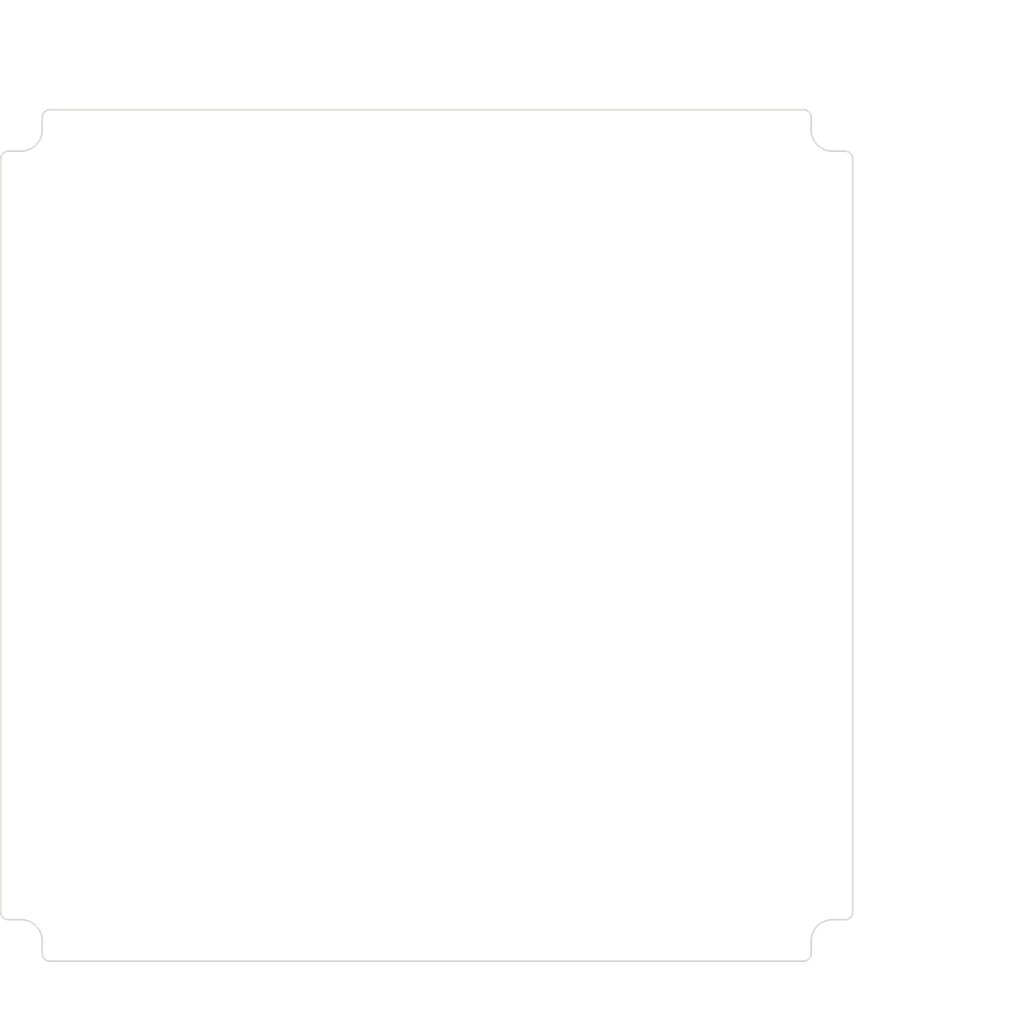
<source format=kicad_pcb>
(kicad_pcb (version 20171130) (host pcbnew "(5.1.0)-1")

  (general
    (thickness 1.6)
    (drawings 80)
    (tracks 0)
    (zones 0)
    (modules 0)
    (nets 1)
  )

  (page A4)
  (layers
    (0 F.Cu signal)
    (31 B.Cu signal)
    (32 B.Adhes user)
    (33 F.Adhes user)
    (34 B.Paste user)
    (35 F.Paste user)
    (36 B.SilkS user)
    (37 F.SilkS user)
    (38 B.Mask user)
    (39 F.Mask user)
    (40 Dwgs.User user)
    (41 Cmts.User user)
    (42 Eco1.User user)
    (43 Eco2.User user)
    (44 Edge.Cuts user)
    (45 Margin user)
    (46 B.CrtYd user)
    (47 F.CrtYd user)
    (48 B.Fab user)
    (49 F.Fab user)
  )

  (setup
    (last_trace_width 0.25)
    (trace_clearance 0.2)
    (zone_clearance 0.508)
    (zone_45_only no)
    (trace_min 0.2)
    (via_size 0.8)
    (via_drill 0.4)
    (via_min_size 0.4)
    (via_min_drill 0.3)
    (uvia_size 0.3)
    (uvia_drill 0.1)
    (uvias_allowed no)
    (uvia_min_size 0.2)
    (uvia_min_drill 0.1)
    (edge_width 0.05)
    (segment_width 0.2)
    (pcb_text_width 0.3)
    (pcb_text_size 1.5 1.5)
    (mod_edge_width 0.12)
    (mod_text_size 1 1)
    (mod_text_width 0.15)
    (pad_size 1.524 1.524)
    (pad_drill 0.762)
    (pad_to_mask_clearance 0.051)
    (solder_mask_min_width 0.25)
    (aux_axis_origin 0 0)
    (visible_elements FFFFFF7F)
    (pcbplotparams
      (layerselection 0x010fc_ffffffff)
      (usegerberextensions false)
      (usegerberattributes false)
      (usegerberadvancedattributes false)
      (creategerberjobfile false)
      (excludeedgelayer true)
      (linewidth 0.152400)
      (plotframeref false)
      (viasonmask false)
      (mode 1)
      (useauxorigin false)
      (hpglpennumber 1)
      (hpglpenspeed 20)
      (hpglpendiameter 15.000000)
      (psnegative false)
      (psa4output false)
      (plotreference true)
      (plotvalue true)
      (plotinvisibletext false)
      (padsonsilk false)
      (subtractmaskfromsilk false)
      (outputformat 1)
      (mirror false)
      (drillshape 1)
      (scaleselection 1)
      (outputdirectory ""))
  )

  (net 0 "")

  (net_class Default "This is the default net class."
    (clearance 0.2)
    (trace_width 0.25)
    (via_dia 0.8)
    (via_drill 0.4)
    (uvia_dia 0.3)
    (uvia_drill 0.1)
  )

  (gr_arc (start 85.428853 149.034685) (end 88.268114 149.034685) (angle -90) (layer Edge.Cuts) (width 0.2))
  (gr_line (start 88.268114 149.034685) (end 88.268114 150.695662) (layer Edge.Cuts) (width 0.2))
  (gr_curve (pts (xy 89.000465 151.659011) (xy 89.087409 151.683138) (xy 89.177636 151.695424) (xy 89.267876 151.695424)) (layer Edge.Cuts) (width 0.2))
  (gr_curve (pts (xy 88.620785 151.457815) (xy 88.730827 151.551239) (xy 88.861355 151.620407) (xy 89.000465 151.659011)) (layer Edge.Cuts) (width 0.2))
  (gr_curve (pts (xy 88.283171 150.868552) (xy 88.323103 151.096072) (xy 88.444719 151.308336) (xy 88.620785 151.457815)) (layer Edge.Cuts) (width 0.2))
  (gr_curve (pts (xy 88.268114 150.695662) (xy 88.268344 150.753619) (xy 88.273158 150.811506) (xy 88.283171 150.868552)) (layer Edge.Cuts) (width 0.2))
  (gr_line (start 89.267876 151.695424) (end 189.08983 151.695424) (layer Edge.Cuts) (width 0.2))
  (gr_curve (pts (xy 190.053179 150.963073) (xy 190.077306 150.876129) (xy 190.089592 150.785903) (xy 190.089592 150.695662)) (layer Edge.Cuts) (width 0.2))
  (gr_curve (pts (xy 189.851983 151.342753) (xy 189.945407 151.232711) (xy 190.014575 151.102183) (xy 190.053179 150.963073)) (layer Edge.Cuts) (width 0.2))
  (gr_curve (pts (xy 189.26272 151.680367) (xy 189.49024 151.640435) (xy 189.702504 151.518819) (xy 189.851983 151.342753)) (layer Edge.Cuts) (width 0.2))
  (gr_curve (pts (xy 189.08983 151.695424) (xy 189.147787 151.695194) (xy 189.205674 151.69038) (xy 189.26272 151.680367)) (layer Edge.Cuts) (width 0.2))
  (gr_line (start 190.089592 150.695662) (end 190.089592 149.034685) (layer Edge.Cuts) (width 0.2))
  (gr_arc (start 192.928853 149.034685) (end 192.928853 146.195424) (angle -90) (layer Edge.Cuts) (width 0.2))
  (gr_line (start 192.928853 146.195424) (end 194.58983 146.195424) (layer Edge.Cuts) (width 0.2))
  (gr_curve (pts (xy 195.553179 145.463073) (xy 195.577306 145.376129) (xy 195.589592 145.285903) (xy 195.589592 145.195662)) (layer Edge.Cuts) (width 0.2))
  (gr_curve (pts (xy 195.351983 145.842753) (xy 195.445407 145.732711) (xy 195.514575 145.602183) (xy 195.553179 145.463073)) (layer Edge.Cuts) (width 0.2))
  (gr_curve (pts (xy 194.76272 146.180367) (xy 194.99024 146.140435) (xy 195.202504 146.018819) (xy 195.351983 145.842753)) (layer Edge.Cuts) (width 0.2))
  (gr_curve (pts (xy 194.58983 146.195424) (xy 194.647787 146.195194) (xy 194.705674 146.19038) (xy 194.76272 146.180367)) (layer Edge.Cuts) (width 0.2))
  (gr_line (start 195.589592 145.195662) (end 195.589592 45.373708) (layer Edge.Cuts) (width 0.2))
  (gr_curve (pts (xy 194.76272 44.389003) (xy 194.705674 44.37899) (xy 194.647787 44.374176) (xy 194.58983 44.373946)) (layer Edge.Cuts) (width 0.2))
  (gr_curve (pts (xy 195.351983 44.726617) (xy 195.202504 44.550551) (xy 194.99024 44.428935) (xy 194.76272 44.389003)) (layer Edge.Cuts) (width 0.2))
  (gr_curve (pts (xy 195.553179 45.106297) (xy 195.514575 44.967187) (xy 195.445407 44.836659) (xy 195.351983 44.726617)) (layer Edge.Cuts) (width 0.2))
  (gr_curve (pts (xy 195.589592 45.373708) (xy 195.589592 45.283468) (xy 195.577306 45.193241) (xy 195.553179 45.106297)) (layer Edge.Cuts) (width 0.2))
  (gr_line (start 194.58983 44.373946) (end 192.928853 44.373946) (layer Edge.Cuts) (width 0.2))
  (gr_arc (start 192.928853 41.534685) (end 190.089592 41.534685) (angle -90) (layer Edge.Cuts) (width 0.2))
  (gr_line (start 190.089592 41.534685) (end 190.089592 39.873708) (layer Edge.Cuts) (width 0.2))
  (gr_curve (pts (xy 189.26272 38.889003) (xy 189.205674 38.87899) (xy 189.147787 38.874176) (xy 189.08983 38.873946)) (layer Edge.Cuts) (width 0.2))
  (gr_curve (pts (xy 189.851983 39.226617) (xy 189.702504 39.050551) (xy 189.49024 38.928935) (xy 189.26272 38.889003)) (layer Edge.Cuts) (width 0.2))
  (gr_curve (pts (xy 190.053179 39.606297) (xy 190.014575 39.467187) (xy 189.945407 39.336659) (xy 189.851983 39.226617)) (layer Edge.Cuts) (width 0.2))
  (gr_curve (pts (xy 190.089592 39.873708) (xy 190.089592 39.783468) (xy 190.077306 39.693241) (xy 190.053179 39.606297)) (layer Edge.Cuts) (width 0.2))
  (gr_line (start 189.08983 38.873946) (end 89.267876 38.873946) (layer Edge.Cuts) (width 0.2))
  (gr_curve (pts (xy 88.283171 39.700818) (xy 88.273158 39.757865) (xy 88.268344 39.815751) (xy 88.268114 39.873708)) (layer Edge.Cuts) (width 0.2))
  (gr_curve (pts (xy 88.620785 39.111555) (xy 88.444719 39.261034) (xy 88.323103 39.473298) (xy 88.283171 39.700818)) (layer Edge.Cuts) (width 0.2))
  (gr_curve (pts (xy 89.000465 38.910359) (xy 88.861355 38.948963) (xy 88.730827 39.018131) (xy 88.620785 39.111555)) (layer Edge.Cuts) (width 0.2))
  (gr_curve (pts (xy 89.267876 38.873946) (xy 89.177636 38.873946) (xy 89.087409 38.886232) (xy 89.000465 38.910359)) (layer Edge.Cuts) (width 0.2))
  (gr_line (start 88.268114 39.873708) (end 88.268114 41.534685) (layer Edge.Cuts) (width 0.2))
  (gr_arc (start 85.428853 41.534685) (end 85.428853 44.373946) (angle -90) (layer Edge.Cuts) (width 0.2))
  (gr_line (start 85.428853 44.373946) (end 83.767876 44.373946) (layer Edge.Cuts) (width 0.2))
  (gr_curve (pts (xy 82.783171 45.200818) (xy 82.773158 45.257865) (xy 82.768344 45.315751) (xy 82.768114 45.373708)) (layer Edge.Cuts) (width 0.2))
  (gr_curve (pts (xy 83.120785 44.611555) (xy 82.944719 44.761034) (xy 82.823103 44.973298) (xy 82.783171 45.200818)) (layer Edge.Cuts) (width 0.2))
  (gr_curve (pts (xy 83.500465 44.410359) (xy 83.361355 44.448963) (xy 83.230827 44.518131) (xy 83.120785 44.611555)) (layer Edge.Cuts) (width 0.2))
  (gr_curve (pts (xy 83.767876 44.373946) (xy 83.677636 44.373946) (xy 83.587409 44.386232) (xy 83.500465 44.410359)) (layer Edge.Cuts) (width 0.2))
  (gr_line (start 82.768114 45.373708) (end 82.768114 145.195662) (layer Edge.Cuts) (width 0.2))
  (gr_curve (pts (xy 83.500465 146.159011) (xy 83.587409 146.183138) (xy 83.677636 146.195424) (xy 83.767876 146.195424)) (layer Edge.Cuts) (width 0.2))
  (gr_curve (pts (xy 83.120785 145.957815) (xy 83.230827 146.051239) (xy 83.361355 146.120407) (xy 83.500465 146.159011)) (layer Edge.Cuts) (width 0.2))
  (gr_curve (pts (xy 82.783171 145.368552) (xy 82.823103 145.596072) (xy 82.944719 145.808336) (xy 83.120785 145.957815)) (layer Edge.Cuts) (width 0.2))
  (gr_curve (pts (xy 82.768114 145.195662) (xy 82.768344 145.253619) (xy 82.773158 145.311506) (xy 82.783171 145.368552)) (layer Edge.Cuts) (width 0.2))
  (gr_line (start 83.767876 146.195424) (end 85.428853 146.195424) (layer Edge.Cuts) (width 0.2))
  (gr_text [R0.04] (at 199.299694 158.279417) (layer Dwgs.User)
    (effects (font (size 1.7 1.53) (thickness 0.2125)))
  )
  (gr_text " R1.00" (at 199.299694 154.721982) (layer Dwgs.User)
    (effects (font (size 1.7 1.53) (thickness 0.2125)))
  )
  (gr_line (start 192.828924 156.389956) (end 190.736233 153.20308) (layer Dwgs.User) (width 0.2))
  (gr_line (start 194.828924 156.389956) (end 192.828924 156.389956) (layer Dwgs.User) (width 0.2))
  (gr_text [R0.11] (at 181.630276 144.500921) (layer Dwgs.User)
    (effects (font (size 1.7 1.53) (thickness 0.2125)))
  )
  (gr_text " R2.84" (at 181.630276 140.943486) (layer Dwgs.User)
    (effects (font (size 1.7 1.53) (thickness 0.2125)))
  )
  (gr_line (start 188.101047 142.61146) (end 190.021294 145.166281) (layer Dwgs.User) (width 0.2))
  (gr_line (start 186.101047 142.61146) (end 188.101047 142.61146) (layer Dwgs.User) (width 0.2))
  (gr_text [4.01] (at 132.067086 34.906872) (layer Dwgs.User)
    (effects (font (size 1.7 1.53) (thickness 0.2125)))
  )
  (gr_text " 101.82" (at 132.067086 31.349437) (layer Dwgs.User)
    (effects (font (size 1.7 1.53) (thickness 0.2125)))
  )
  (gr_line (start 188.089592 33.017411) (end 136.766302 33.017411) (layer Dwgs.User) (width 0.2))
  (gr_line (start 90.268114 33.017411) (end 127.367871 33.017411) (layer Dwgs.User) (width 0.2))
  (gr_line (start 190.089592 38.873708) (end 190.089592 29.842411) (layer Dwgs.User) (width 0.2))
  (gr_line (start 88.268114 38.873708) (end 88.268114 29.842411) (layer Dwgs.User) (width 0.2))
  (gr_text [4.01] (at 202.8192 86.38485) (layer Dwgs.User)
    (effects (font (size 1.7 1.53) (thickness 0.2125)))
  )
  (gr_text " 101.82" (at 202.8192 82.827414) (layer Dwgs.User)
    (effects (font (size 1.7 1.53) (thickness 0.2125)))
  )
  (gr_line (start 202.8192 144.195424) (end 202.8192 88.052824) (layer Dwgs.User) (width 0.2))
  (gr_line (start 202.8192 46.373946) (end 202.8192 80.937953) (layer Dwgs.User) (width 0.2))
  (gr_line (start 195.58983 146.195424) (end 205.9942 146.195424) (layer Dwgs.User) (width 0.2))
  (gr_line (start 195.58983 44.373946) (end 205.9942 44.373946) (layer Dwgs.User) (width 0.2))
  (gr_text [4.44] (at 213.535054 98.196287) (layer Dwgs.User)
    (effects (font (size 1.7 1.53) (thickness 0.2125)))
  )
  (gr_text " 112.82" (at 213.535054 94.64233) (layer Dwgs.User)
    (effects (font (size 1.7 1.53) (thickness 0.2125)))
  )
  (gr_line (start 213.535054 40.873946) (end 213.535054 92.756348) (layer Dwgs.User) (width 0.2))
  (gr_line (start 213.535054 149.695424) (end 213.535054 99.864261) (layer Dwgs.User) (width 0.2))
  (gr_line (start 190.08983 38.873946) (end 216.710054 38.873946) (layer Dwgs.User) (width 0.2))
  (gr_line (start 190.08983 151.695424) (end 216.710054 151.695424) (layer Dwgs.User) (width 0.2))
  (gr_text [4.44] (at 144.706299 29.504916) (layer Dwgs.User)
    (effects (font (size 1.7 1.53) (thickness 0.2125)))
  )
  (gr_text " 112.82" (at 144.706299 25.95096) (layer Dwgs.User)
    (effects (font (size 1.7 1.53) (thickness 0.2125)))
  )
  (gr_line (start 84.768114 27.618934) (end 140.007083 27.618934) (layer Dwgs.User) (width 0.2))
  (gr_line (start 193.589592 27.618934) (end 149.405515 27.618934) (layer Dwgs.User) (width 0.2))
  (gr_line (start 82.768114 44.373708) (end 82.768114 24.443934) (layer Dwgs.User) (width 0.2))
  (gr_line (start 195.589592 44.373708) (end 195.589592 24.443934) (layer Dwgs.User) (width 0.2))

)

</source>
